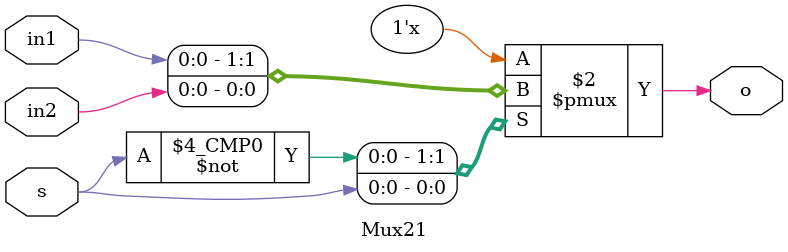
<source format=v>
`timescale 1ns / 1ps


module Mux21(in1, in2, s, o);
    input in1, in2, s;
    output reg o;
    always@(*)
            case(s)
                0: o = in1;
                1: o = in2;
            endcase
endmodule

</source>
